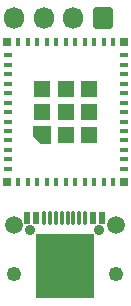
<source format=gbr>
%TF.GenerationSoftware,KiCad,Pcbnew,(6.0.2-0)*%
%TF.CreationDate,2022-03-04T12:29:17+00:00*%
%TF.ProjectId,Generic5,47656e65-7269-4633-952e-6b696361645f,1*%
%TF.SameCoordinates,Original*%
%TF.FileFunction,Soldermask,Top*%
%TF.FilePolarity,Negative*%
%FSLAX46Y46*%
G04 Gerber Fmt 4.6, Leading zero omitted, Abs format (unit mm)*
G04 Created by KiCad (PCBNEW (6.0.2-0)) date 2022-03-04 12:29:17*
%MOMM*%
%LPD*%
G01*
G04 APERTURE LIST*
G04 Aperture macros list*
%AMRoundRect*
0 Rectangle with rounded corners*
0 $1 Rounding radius*
0 $2 $3 $4 $5 $6 $7 $8 $9 X,Y pos of 4 corners*
0 Add a 4 corners polygon primitive as box body*
4,1,4,$2,$3,$4,$5,$6,$7,$8,$9,$2,$3,0*
0 Add four circle primitives for the rounded corners*
1,1,$1+$1,$2,$3*
1,1,$1+$1,$4,$5*
1,1,$1+$1,$6,$7*
1,1,$1+$1,$8,$9*
0 Add four rect primitives between the rounded corners*
20,1,$1+$1,$2,$3,$4,$5,0*
20,1,$1+$1,$4,$5,$6,$7,0*
20,1,$1+$1,$6,$7,$8,$9,0*
20,1,$1+$1,$8,$9,$2,$3,0*%
%AMOutline5P*
0 Free polygon, 5 corners , with rotation*
0 The origin of the aperture is its center*
0 number of corners: always 5*
0 $1 to $10 corner X, Y*
0 $11 Rotation angle, in degrees counterclockwise*
0 create outline with 5 corners*
4,1,5,$1,$2,$3,$4,$5,$6,$7,$8,$9,$10,$1,$2,$11*%
%AMOutline6P*
0 Free polygon, 6 corners , with rotation*
0 The origin of the aperture is its center*
0 number of corners: always 6*
0 $1 to $12 corner X, Y*
0 $13 Rotation angle, in degrees counterclockwise*
0 create outline with 6 corners*
4,1,6,$1,$2,$3,$4,$5,$6,$7,$8,$9,$10,$11,$12,$1,$2,$13*%
%AMOutline7P*
0 Free polygon, 7 corners , with rotation*
0 The origin of the aperture is its center*
0 number of corners: always 7*
0 $1 to $14 corner X, Y*
0 $15 Rotation angle, in degrees counterclockwise*
0 create outline with 7 corners*
4,1,7,$1,$2,$3,$4,$5,$6,$7,$8,$9,$10,$11,$12,$13,$14,$1,$2,$15*%
%AMOutline8P*
0 Free polygon, 8 corners , with rotation*
0 The origin of the aperture is its center*
0 number of corners: always 8*
0 $1 to $16 corner X, Y*
0 $17 Rotation angle, in degrees counterclockwise*
0 create outline with 8 corners*
4,1,8,$1,$2,$3,$4,$5,$6,$7,$8,$9,$10,$11,$12,$13,$14,$15,$16,$1,$2,$17*%
G04 Aperture macros list end*
%ADD10R,0.400000X0.800000*%
%ADD11R,0.800000X0.400000*%
%ADD12R,1.450000X1.450000*%
%ADD13Outline5P,-0.725000X0.130500X-0.130500X0.725000X0.725000X0.725000X0.725000X-0.725000X-0.725000X-0.725000X90.000000*%
%ADD14R,0.700000X0.700000*%
%ADD15R,0.600000X1.140000*%
%ADD16RoundRect,0.075000X-0.075000X-0.495000X0.075000X-0.495000X0.075000X0.495000X-0.075000X0.495000X0*%
%ADD17C,1.250000*%
%ADD18R,5.000000X5.490000*%
%ADD19C,0.870000*%
%ADD20C,1.500000*%
%ADD21RoundRect,0.250000X0.600000X0.675000X-0.600000X0.675000X-0.600000X-0.675000X0.600000X-0.675000X0*%
%ADD22O,1.700000X1.850000*%
G04 APERTURE END LIST*
D10*
%TO.C,U1*%
X150350000Y-41450000D03*
X151150000Y-41450000D03*
X151950000Y-41450000D03*
X152750000Y-41450000D03*
X153550000Y-41450000D03*
X154350000Y-41450000D03*
X155150000Y-41450000D03*
X155950000Y-41450000D03*
X156750000Y-41450000D03*
X157550000Y-41450000D03*
X158350000Y-41450000D03*
D11*
X159250000Y-40350000D03*
X159250000Y-39550000D03*
X159250000Y-38750000D03*
X159250000Y-37950000D03*
X159250000Y-37150000D03*
X159250000Y-36350000D03*
X159250000Y-35550000D03*
X159250000Y-34750000D03*
X159250000Y-33950000D03*
X159250000Y-33150000D03*
X159250000Y-32350000D03*
X159250000Y-31550000D03*
X159250000Y-30750000D03*
D10*
X158350000Y-29650000D03*
X157550000Y-29650000D03*
X156750000Y-29650000D03*
X155950000Y-29650000D03*
X155150000Y-29650000D03*
X154350000Y-29650000D03*
X153550000Y-29650000D03*
X152750000Y-29650000D03*
X151950000Y-29650000D03*
X151150000Y-29650000D03*
X150350000Y-29650000D03*
D11*
X149450000Y-30750000D03*
X149450000Y-31550000D03*
X149450000Y-32350000D03*
X149450000Y-33150000D03*
X149450000Y-33950000D03*
X149450000Y-34750000D03*
X149450000Y-35550000D03*
X149450000Y-36350000D03*
X149450000Y-37150000D03*
X149450000Y-37950000D03*
X149450000Y-38750000D03*
X149450000Y-39550000D03*
X149450000Y-40350000D03*
D12*
X154350000Y-37525000D03*
X156325000Y-37525000D03*
X154350000Y-33575000D03*
X152375000Y-33575000D03*
X152375000Y-35550000D03*
X154350000Y-35550000D03*
X156325000Y-35550000D03*
D13*
X152375000Y-37525000D03*
D12*
X156325000Y-33575000D03*
D14*
X149400000Y-29600000D03*
X159300000Y-29600000D03*
X159300000Y-41500000D03*
X149400000Y-41500000D03*
%TD*%
D15*
%TO.C,J2*%
X151050000Y-44490000D03*
X151850000Y-44490000D03*
D16*
X153000000Y-44490000D03*
X154000000Y-44490000D03*
X154500000Y-44490000D03*
X155500000Y-44490000D03*
D15*
X157450000Y-44490000D03*
X156650000Y-44490000D03*
D16*
X156000000Y-44490000D03*
X155000000Y-44490000D03*
X153500000Y-44490000D03*
X152500000Y-44490000D03*
D17*
X158570000Y-49240000D03*
D18*
X154250000Y-48605000D03*
D19*
X157140000Y-45560000D03*
X151360000Y-45560000D03*
D20*
X158570000Y-45070000D03*
D17*
X149930000Y-49240000D03*
D20*
X149930000Y-45070000D03*
%TD*%
D21*
%TO.C,J1*%
X157500000Y-27600000D03*
D22*
X155000000Y-27600000D03*
X152500000Y-27600000D03*
X150000000Y-27600000D03*
%TD*%
M02*

</source>
